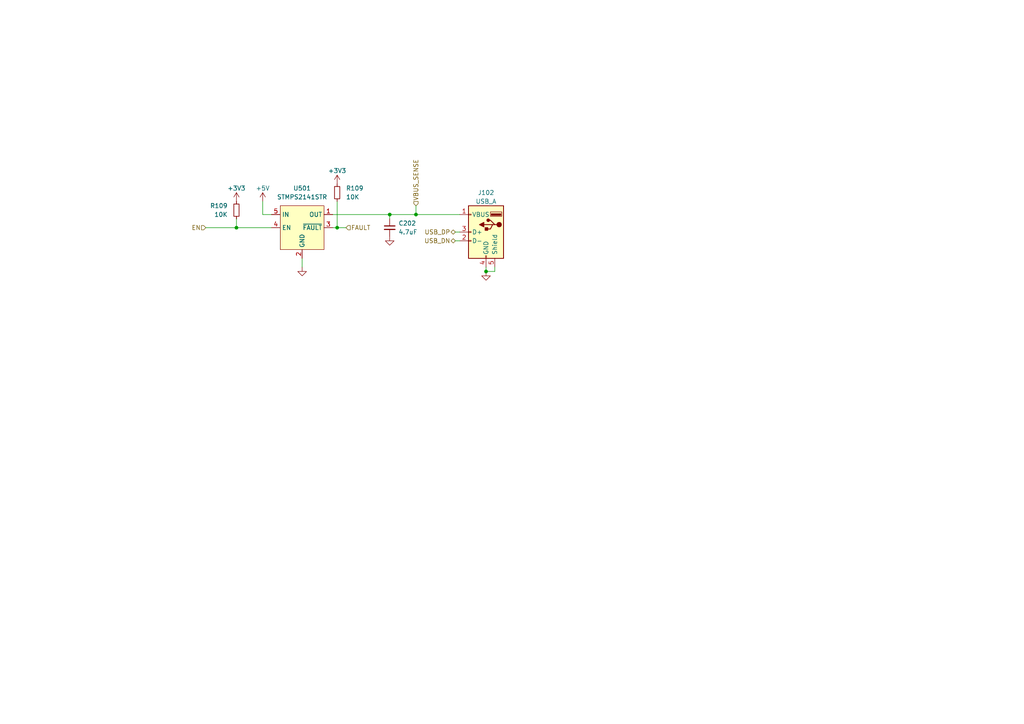
<source format=kicad_sch>
(kicad_sch (version 20230121) (generator eeschema)
  (paper "A4")
  (lib_symbols
    (symbol "Connector:USB_A" (pin_names (offset 1.016))
      (property "Reference" "J" (at -5.08 11.43 0))
      (property "Value" "USB_A" (at -5.08 8.89 0))
      (symbol "USB_A_0_1"
        (rectangle (start -5.08 -7.62) (end 5.08 7.62) (stroke (width 0.254)) (fill (type background)))
        (circle (center -3.81 2.159) (radius 0.635) (stroke (width 0.254)) (fill (type outline)))
        (rectangle (start -1.524 4.826) (end -4.318 5.334) (fill (type outline)))
        (rectangle (start -1.27 4.572) (end -4.572 5.842))
        (circle (center -0.635 3.429) (radius 0.381) (stroke (width 0.254)) (fill (type outline)))
        (rectangle (start -0.127 -7.62) (end 0.127 -6.858))
        (polyline (pts (xy -3.175 2.159) (xy -2.54 2.159) (xy -1.27 3.429) (xy -0.635 3.429)) (stroke (width 0.254)))
        (polyline (pts (xy -2.54 2.159) (xy -1.905 2.159) (xy -1.27 0.889) (xy 0 0.889)) (stroke (width 0.254)))
        (polyline (pts (xy 0.635 2.794) (xy 0.635 1.524) (xy 1.905 2.159) (xy 0.635 2.794)) (stroke (width 0.254)) (fill (type outline)))
        (rectangle (start 0.254 1.27) (end -0.508 0.508) (stroke (width 0.254)) (fill (type outline)))
        (rectangle (start 5.08 -2.667) (end 4.318 -2.413))
        (rectangle (start 5.08 -0.127) (end 4.318 0.127))
        (rectangle (start 5.08 4.953) (end 4.318 5.207))
      )
      (symbol "USB_A_1_1"
        (polyline (pts (xy -1.905 2.159) (xy 0.635 2.159)) (stroke (width 0.254)))
        (pin power_in line (at 7.62 5.08 180) (length 2.54) (name "VBUS") (number "1"))
        (pin bidirectional line (at 7.62 -2.54 180) (length 2.54) (name "D-") (number "2"))
        (pin bidirectional line (at 7.62 0 180) (length 2.54) (name "D+") (number "3"))
        (pin power_in line (at 0 -10.16 90) (length 2.54) (name "GND") (number "4"))
        (pin passive line (at -2.54 -10.16 90) (length 2.54) (name "Shield") (number "5"))
      )
    )
    (symbol "Device:C_Small" (pin_numbers hide) (pin_names (offset 0.254) hide)
      (property "Reference" "C" (at 0.254 1.778 0))
      (property "Value" "C_Small" (at 0.254 -2.032 0))
      (symbol "C_Small_0_1"
        (polyline (pts (xy -1.524 -0.508) (xy 1.524 -0.508)) (stroke (width 0.3302)))
        (polyline (pts (xy -1.524 0.508) (xy 1.524 0.508)) (stroke (width 0.3048)))
      )
      (symbol "C_Small_1_1"
        (pin passive line (at 0 2.54 270) (length 2.032) (name "~") (number "1"))
        (pin passive line (at 0 -2.54 90) (length 2.032) (name "~") (number "2"))
      )
    )
    (symbol "Device:R_Small" (pin_numbers hide) (pin_names (offset 0.254) hide)
      (property "Reference" "R" (at 0.762 0.508 0))
      (property "Value" "R_Small" (at 0.762 -1.016 0))
      (symbol "R_Small_0_1"
        (rectangle (start -0.762 1.778) (end 0.762 -1.778) (stroke (width 0.2032)))
      )
      (symbol "R_Small_1_1"
        (pin passive line (at 0 2.54 270) (length 0.762) (name "~") (number "1"))
        (pin passive line (at 0 -2.54 90) (length 0.762) (name "~") (number "2"))
      )
    )
    (symbol "power:+3V3" (power) (pin_names (offset 0))
      (property "Value" "+3V3" (at 0 3.556 0))
      (symbol "+3V3_0_1"
        (polyline (pts (xy -0.762 1.27) (xy 0 2.54)))
        (polyline (pts (xy 0 0) (xy 0 2.54)))
        (polyline (pts (xy 0 2.54) (xy 0.762 1.27)))
      )
      (symbol "+3V3_1_1"
        (pin power_in line (at 0 0 90) (length 0) hide (name "+3V3") (number "1"))
      )
    )
    (symbol "power:+5V" (power) (pin_names (offset 0))
      (property "Value" "+5V" (at 0 3.556 0))
      (symbol "+5V_0_1"
        (polyline (pts (xy -0.762 1.27) (xy 0 2.54)))
        (polyline (pts (xy 0 0) (xy 0 2.54)))
        (polyline (pts (xy 0 2.54) (xy 0.762 1.27)))
      )
      (symbol "+5V_1_1"
        (pin power_in line (at 0 0 90) (length 0) hide (name "+5V") (number "1"))
      )
    )
    (symbol "power:GND" (power) (pin_names (offset 0))
      (property "Value" "GND" (at 0 -3.81 0))
      (symbol "GND_0_1"
        (polyline (pts (xy 0 0) (xy 0 -1.27) (xy 1.27 -1.27) (xy 0 -2.54) (xy -1.27 -1.27) (xy 0 -1.27)))
      )
      (symbol "GND_1_1"
        (pin power_in line (at 0 0 270) (length 0) hide (name "GND") (number "1"))
      )
    )
    (symbol "snake_controller:STMPS2141STR"
      (property "Reference" "U" (at 0 10.16 0))
      (property "Value" "STMPS2141STR" (at 0 7.62 0))
      (symbol "STMPS2141STR_1_1"
        (rectangle (start -6.35 6.35) (end 6.35 -6.35) (fill (type background)))
        (pin power_out line (at 8.89 3.81 180) (length 2.54) (name "OUT") (number "1"))
        (pin power_in line (at 0 -8.89 90) (length 2.54) (name "GND") (number "2"))
        (pin open_collector line (at 8.89 0 180) (length 2.54) (name "~{FAULT}") (number "3"))
        (pin input line (at -8.89 0 0) (length 2.54) (name "EN") (number "4"))
        (pin power_in line (at -8.89 3.81 0) (length 2.54) (name "IN") (number "5"))
      )
    )
  )
  (junction (at 68.58 66.04))
  (junction (at 140.97 78.74))
  (junction (at 120.65 62.23))
  (junction (at 97.79 66.04))
  (junction (at 113.03 62.23))
  (wire (pts (xy 120.65 62.23) (xy 133.35 62.23)))
  (wire (pts (xy 140.97 77.47) (xy 140.97 78.74)))
  (wire (pts (xy 120.65 59.69) (xy 120.65 62.23)))
  (wire (pts (xy 87.63 74.93) (xy 87.63 77.47)))
  (wire (pts (xy 132.08 67.31) (xy 133.35 67.31)))
  (wire (pts (xy 97.79 66.04) (xy 100.33 66.04)))
  (wire (pts (xy 96.52 66.04) (xy 97.79 66.04)))
  (wire (pts (xy 132.08 69.85) (xy 133.35 69.85)))
  (wire (pts (xy 59.69 66.04) (xy 68.58 66.04)))
  (wire (pts (xy 113.03 63.5) (xy 113.03 62.23)))
  (wire (pts (xy 143.51 77.47) (xy 143.51 78.74)))
  (wire (pts (xy 68.58 63.5) (xy 68.58 66.04)))
  (wire (pts (xy 96.52 62.23) (xy 113.03 62.23)))
  (wire (pts (xy 97.79 58.42) (xy 97.79 66.04)))
  (wire (pts (xy 113.03 62.23) (xy 120.65 62.23)))
  (wire (pts (xy 76.2 58.42) (xy 76.2 62.23)))
  (wire (pts (xy 143.51 78.74) (xy 140.97 78.74)))
  (wire (pts (xy 76.2 62.23) (xy 78.74 62.23)))
  (wire (pts (xy 68.58 66.04) (xy 78.74 66.04)))
  (hierarchical_label "USB_DP" (shape bidirectional) (at 132.08 67.31 180))
  (hierarchical_label "USB_DN" (shape bidirectional) (at 132.08 69.85 180))
  (hierarchical_label "EN" (shape input) (at 59.69 66.04 180))
  (hierarchical_label "VBUS_SENSE" (shape input) (at 120.65 59.69 90))
  (hierarchical_label "FAULT" (shape input) (at 100.33 66.04 0))
  (symbol (lib_id "Device:R_Small") (at 68.58 60.96 0) (mirror x) (unit 1)
    (property "Reference" "R109" (at 66.04 59.69 0) (effects (justify right)))
    (property "Value" "10K" (at 66.04 62.23 0) (effects (justify right)))
    (property "Footprint" "Resistor_SMD:R_0603_1608Metric" (effects hide))
    (property "LCSC" "C25804" (effects hide))
    (instances (project "7-segment-display-controller" (path "" (reference "R109") (unit 1))) (project "stm32-snake-controller" (path "" (reference "R101") (unit 1)) (path "" (reference "R501") (unit 1))))
  )
  (symbol (lib_id "power:+3V3") (at 68.58 58.42 0) (unit 1)
    (property "Reference" "#PWR0125" (effects hide))
    (property "Value" "+3V3" (at 68.58 54.61 0))
    (instances (project "7-segment-display-controller" (path "" (reference "#PWR0125") (unit 1))) (project "stm32-snake-controller" (path "" (reference "#PWR0126") (unit 1)) (path "" (reference "#PWR0501") (unit 1))))
  )
  (symbol (lib_id "Connector:USB_A") (at 140.97 67.31 0) (mirror y) (unit 1)
    (property "Reference" "J102" (at 140.97 55.88 0))
    (property "Value" "USB_A" (at 140.97 58.42 0))
    (property "Footprint" "Connector_USB:USB_A_CONNFLY_DS1095-WNR0" (effects hide))
    (property "Datasheet" " ~" (effects hide))
    (property "Mouser" "523-UE27AC5410H" (effects hide))
    (instances (project "stm32-snake-controller" (path "" (reference "J102") (unit 1)) (path "" (reference "J501") (unit 1))))
  )
  (symbol (lib_id "power:+5V") (at 76.2 58.42 0) (mirror y) (unit 1)
    (property "Reference" "#PWR0105" (effects hide))
    (property "Value" "+5V" (at 76.2 54.61 0))
    (instances (project "mini_arduino_clone" (path "" (reference "#PWR0105") (unit 1))) (project "7-segment-display-controller" (path "" (reference "#PWR0104") (unit 1))) (project "stm32-snake-controller" (path "" (reference "#PWR0105") (unit 1)) (path "" (reference "#PWR0502") (unit 1))))
  )
  (symbol (lib_id "power:GND") (at 87.63 77.47 0) (mirror y) (unit 1)
    (property "Reference" "#PWR0109" (effects hide))
    (property "Value" "GND" (effects hide))
    (instances (project "7-segment-display-controller" (path "" (reference "#PWR0109") (unit 1))) (project "stm32-snake-controller" (path "" (reference "#PWR0103") (unit 1)) (path "" (reference "#PWR0503") (unit 1))))
  )
  (symbol (lib_id "power:GND") (at 113.03 68.58 0) (mirror y) (unit 1)
    (property "Reference" "#PWR0109" (effects hide))
    (property "Value" "GND" (effects hide))
    (instances (project "7-segment-display-controller" (path "" (reference "#PWR0109") (unit 1))) (project "stm32-snake-controller" (path "" (reference "#PWR0103") (unit 1)) (path "" (reference "#PWR0505") (unit 1))))
  )
  (symbol (lib_id "snake_controller:STMPS2141STR") (at 87.63 66.04 0) (unit 1)
    (property "Reference" "U501" (at 87.63 54.61 0))
    (property "Value" "STMPS2141STR" (at 87.63 57.15 0))
    (property "Footprint" "Package_TO_SOT_SMD:SOT-23-5" (effects hide))
    (property "Datasheet" "https://datasheet.lcsc.com/lcsc/2304140030_STMicroelectronics-STMPS2141STR_C54624.pdf" (effects hide))
    (property "LCSC" "C54624" (effects hide))
  )
  (symbol (lib_id "power:GND") (at 140.97 78.74 0) (mirror y) (unit 1)
    (property "Reference" "#PWR0109" (effects hide))
    (property "Value" "GND" (effects hide))
    (instances (project "7-segment-display-controller" (path "" (reference "#PWR0109") (unit 1))) (project "stm32-snake-controller" (path "" (reference "#PWR0103") (unit 1)) (path "" (reference "#PWR0506") (unit 1))))
  )
  (symbol (lib_id "Device:R_Small") (at 97.79 55.88 180) (unit 1)
    (property "Reference" "R109" (at 100.33 54.61 0) (effects (justify right)))
    (property "Value" "10K" (at 100.33 57.15 0) (effects (justify right)))
    (property "Footprint" "Resistor_SMD:R_0603_1608Metric" (effects hide))
    (property "LCSC" "C25804" (effects hide))
    (instances (project "7-segment-display-controller" (path "" (reference "R109") (unit 1))) (project "stm32-snake-controller" (path "" (reference "R101") (unit 1)) (path "" (reference "R502") (unit 1))))
  )
  (symbol (lib_id "power:+3V3") (at 97.79 53.34 0) (unit 1)
    (property "Reference" "#PWR0125" (effects hide))
    (property "Value" "+3V3" (at 97.79 49.53 0))
    (instances (project "7-segment-display-controller" (path "" (reference "#PWR0125") (unit 1))) (project "stm32-snake-controller" (path "" (reference "#PWR0126") (unit 1)) (path "" (reference "#PWR0504") (unit 1))))
  )
  (symbol (lib_id "Device:C_Small") (at 113.03 66.04 0) (unit 1)
    (property "Reference" "C202" (at 115.57 64.77 0) (effects (justify left)))
    (property "Value" "4.7uF" (at 115.57 67.3162 0) (effects (justify left)))
    (property "Footprint" "Capacitor_SMD:C_0603_1608Metric" (effects hide))
    (property "LCSC" "C19666" (effects hide))
    (instances (project "mini_arduino_clone" (path "" (reference "C202") (unit 1))) (project "7-segment-display-controller" (path "" (reference "C202") (unit 1)) (path "" (reference "C102") (unit 1))) (project "iot_playground" (path "" (reference "C402") (unit 1))) (project "stm32-snake-controller" (path "" (reference "C106") (unit 1)) (path "" (reference "C501") (unit 1))))
  )
)
</source>
